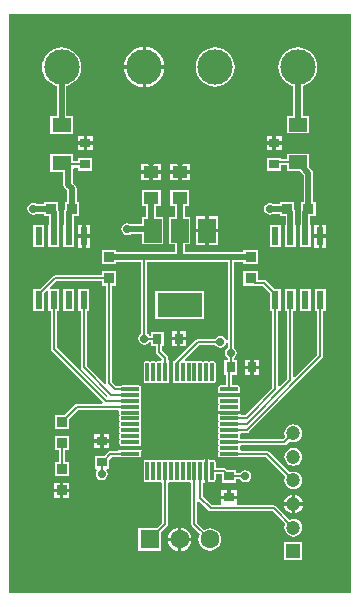
<source format=gtl>
G04*
G04 #@! TF.GenerationSoftware,Altium Limited,Altium Designer,21.9.1 (22)*
G04*
G04 Layer_Physical_Order=1*
G04 Layer_Color=255*
%FSLAX25Y25*%
%MOIN*%
G70*
G04*
G04 #@! TF.SameCoordinates,01D30D3D-4D25-4DD3-B430-8D43D7E97BEB*
G04*
G04*
G04 #@! TF.FilePolarity,Positive*
G04*
G01*
G75*
%ADD10C,0.00787*%
%ADD12C,0.01968*%
%ADD34R,0.03543X0.03543*%
%ADD35R,0.05118X0.03937*%
%ADD36R,0.03150X0.03543*%
%ADD37R,0.03543X0.03150*%
%ADD38R,0.06299X0.04724*%
%ADD39R,0.03543X0.03543*%
%ADD40R,0.14961X0.07874*%
%ADD41R,0.05906X0.07874*%
G04:AMPARAMS|DCode=42|XSize=61.42mil|YSize=11.02mil|CornerRadius=1.38mil|HoleSize=0mil|Usage=FLASHONLY|Rotation=270.000|XOffset=0mil|YOffset=0mil|HoleType=Round|Shape=RoundedRectangle|*
%AMROUNDEDRECTD42*
21,1,0.06142,0.00827,0,0,270.0*
21,1,0.05866,0.01102,0,0,270.0*
1,1,0.00276,-0.00413,-0.02933*
1,1,0.00276,-0.00413,0.02933*
1,1,0.00276,0.00413,0.02933*
1,1,0.00276,0.00413,-0.02933*
%
%ADD42ROUNDEDRECTD42*%
G04:AMPARAMS|DCode=43|XSize=11.02mil|YSize=61.42mil|CornerRadius=1.38mil|HoleSize=0mil|Usage=FLASHONLY|Rotation=270.000|XOffset=0mil|YOffset=0mil|HoleType=Round|Shape=RoundedRectangle|*
%AMROUNDEDRECTD43*
21,1,0.01102,0.05866,0,0,270.0*
21,1,0.00827,0.06142,0,0,270.0*
1,1,0.00276,-0.02933,-0.00413*
1,1,0.00276,-0.02933,0.00413*
1,1,0.00276,0.02933,0.00413*
1,1,0.00276,0.02933,-0.00413*
%
%ADD43ROUNDEDRECTD43*%
%ADD44R,0.02362X0.06102*%
%ADD45C,0.11811*%
%ADD46C,0.06299*%
%ADD47R,0.06299X0.06299*%
%ADD48C,0.04724*%
%ADD49R,0.04724X0.04724*%
%ADD50C,0.02756*%
G36*
X116103Y2007D02*
X2007D01*
X2007Y194843D01*
X116103D01*
X116103Y2007D01*
D02*
G37*
%LPC*%
G36*
X47835Y183833D02*
Y177756D01*
X53911D01*
X53840Y178477D01*
X53457Y179739D01*
X52836Y180902D01*
X52000Y181921D01*
X50981Y182757D01*
X49818Y183379D01*
X48556Y183761D01*
X47835Y183833D01*
D02*
G37*
G36*
X46654D02*
X45932Y183761D01*
X44670Y183379D01*
X43508Y182757D01*
X42489Y181921D01*
X41652Y180902D01*
X41031Y179739D01*
X40648Y178477D01*
X40577Y177756D01*
X46654D01*
Y183833D01*
D02*
G37*
G36*
X70866Y183693D02*
X69593Y183567D01*
X68368Y183196D01*
X67240Y182593D01*
X66250Y181781D01*
X65439Y180792D01*
X64836Y179663D01*
X64464Y178439D01*
X64339Y177165D01*
X64464Y175892D01*
X64836Y174667D01*
X65439Y173539D01*
X66250Y172550D01*
X67240Y171738D01*
X68368Y171135D01*
X69593Y170763D01*
X70866Y170638D01*
X72140Y170763D01*
X73364Y171135D01*
X74493Y171738D01*
X75482Y172550D01*
X76294Y173539D01*
X76897Y174667D01*
X77268Y175892D01*
X77394Y177165D01*
X77268Y178439D01*
X76897Y179663D01*
X76294Y180792D01*
X75482Y181781D01*
X74493Y182593D01*
X73364Y183196D01*
X72140Y183567D01*
X70866Y183693D01*
D02*
G37*
G36*
X46654Y176575D02*
X40577D01*
X40648Y175853D01*
X41031Y174592D01*
X41652Y173429D01*
X42489Y172410D01*
X43508Y171573D01*
X44670Y170952D01*
X45932Y170569D01*
X46654Y170498D01*
Y176575D01*
D02*
G37*
G36*
X53911D02*
X47835D01*
Y170498D01*
X48556Y170569D01*
X49818Y170952D01*
X50981Y171573D01*
X52000Y172410D01*
X52836Y173429D01*
X53457Y174592D01*
X53840Y175853D01*
X53911Y176575D01*
D02*
G37*
G36*
X98425Y183693D02*
X97152Y183567D01*
X95927Y183196D01*
X94799Y182593D01*
X93810Y181781D01*
X92998Y180792D01*
X92395Y179663D01*
X92023Y178439D01*
X91898Y177165D01*
X92023Y175892D01*
X92395Y174667D01*
X92998Y173539D01*
X93810Y172550D01*
X94799Y171738D01*
X95927Y171135D01*
X96820Y170864D01*
Y160925D01*
X94685D01*
Y155020D01*
X102165D01*
Y160925D01*
X100031D01*
Y170864D01*
X100923Y171135D01*
X102052Y171738D01*
X103041Y172550D01*
X103853Y173539D01*
X104456Y174667D01*
X104827Y175892D01*
X104953Y177165D01*
X104827Y178439D01*
X104456Y179663D01*
X103853Y180792D01*
X103041Y181781D01*
X102052Y182593D01*
X100923Y183196D01*
X99699Y183567D01*
X98425Y183693D01*
D02*
G37*
G36*
X19685D02*
X18412Y183567D01*
X17187Y183196D01*
X16059Y182593D01*
X15069Y181781D01*
X14258Y180792D01*
X13654Y179663D01*
X13283Y178439D01*
X13158Y177165D01*
X13283Y175892D01*
X13654Y174667D01*
X14258Y173539D01*
X15069Y172550D01*
X16059Y171738D01*
X17187Y171135D01*
X18079Y170864D01*
Y160827D01*
X15965D01*
Y154921D01*
X23445D01*
Y160827D01*
X21291D01*
Y170864D01*
X22183Y171135D01*
X23312Y171738D01*
X24301Y172550D01*
X25113Y173539D01*
X25716Y174667D01*
X26087Y175892D01*
X26212Y177165D01*
X26087Y178439D01*
X25716Y179663D01*
X25113Y180792D01*
X24301Y181781D01*
X23312Y182593D01*
X22183Y183196D01*
X20958Y183567D01*
X19685Y183693D01*
D02*
G37*
G36*
X93110Y154232D02*
X91142D01*
Y152461D01*
X93110D01*
Y154232D01*
D02*
G37*
G36*
X89961D02*
X87992D01*
Y152461D01*
X89961D01*
Y154232D01*
D02*
G37*
G36*
X30138Y154134D02*
X28170D01*
Y152362D01*
X30138D01*
Y154134D01*
D02*
G37*
G36*
X26989D02*
X25020D01*
Y152362D01*
X26989D01*
Y154134D01*
D02*
G37*
G36*
X93110Y151279D02*
X91142D01*
Y149508D01*
X93110D01*
Y151279D01*
D02*
G37*
G36*
X89961D02*
X87992D01*
Y149508D01*
X89961D01*
Y151279D01*
D02*
G37*
G36*
X30138Y151181D02*
X28170D01*
Y149409D01*
X30138D01*
Y151181D01*
D02*
G37*
G36*
X26989D02*
X25020D01*
Y149409D01*
X26989D01*
Y151181D01*
D02*
G37*
G36*
X102165Y148327D02*
X94685D01*
Y146378D01*
X92913D01*
Y146949D01*
X88189D01*
Y142618D01*
X92913D01*
Y144370D01*
X94685D01*
Y142421D01*
X99107D01*
X100363Y141166D01*
Y132283D01*
X99606D01*
Y129739D01*
X99442Y129492D01*
X99319Y128878D01*
X99320Y128878D01*
Y124409D01*
X99154D01*
Y117126D01*
X102697D01*
Y124409D01*
X102531D01*
Y127559D01*
X104331D01*
Y132283D01*
X103574D01*
Y141831D01*
X103574Y141831D01*
X103452Y142445D01*
X103104Y142966D01*
X103104Y142966D01*
X102165Y143904D01*
Y148327D01*
D02*
G37*
G36*
X52854Y144882D02*
X50099D01*
Y142717D01*
X52854D01*
Y144882D01*
D02*
G37*
G36*
X62447D02*
X59691D01*
Y142717D01*
X62447D01*
Y144882D01*
D02*
G37*
G36*
X58510D02*
X55754D01*
Y142717D01*
X58510D01*
Y144882D01*
D02*
G37*
G36*
X48917D02*
X46161D01*
Y142717D01*
X48917D01*
Y144882D01*
D02*
G37*
G36*
X23445Y148228D02*
X15965D01*
Y142323D01*
X20265D01*
Y137922D01*
X20265Y137922D01*
X20387Y137307D01*
X20735Y136786D01*
X21502Y136019D01*
Y132283D01*
X20746D01*
Y129739D01*
X20581Y129492D01*
X20459Y128878D01*
X20459Y128878D01*
Y124409D01*
X20293D01*
Y117126D01*
X23836D01*
Y124409D01*
X23670D01*
Y127559D01*
X25470D01*
Y132283D01*
X24714D01*
Y136684D01*
X24591Y137299D01*
X24243Y137820D01*
X24243Y137820D01*
X23476Y138587D01*
Y143110D01*
X23462Y143181D01*
X23721Y143681D01*
X25217D01*
Y142520D01*
X29941D01*
Y146850D01*
X25217D01*
Y145688D01*
X23445D01*
Y148228D01*
D02*
G37*
G36*
X62447Y141535D02*
X59691D01*
Y139370D01*
X62447D01*
Y141535D01*
D02*
G37*
G36*
X58510D02*
X55754D01*
Y139370D01*
X58510D01*
Y141535D01*
D02*
G37*
G36*
X52854D02*
X50099D01*
Y139370D01*
X52854D01*
Y141535D01*
D02*
G37*
G36*
X48917D02*
X46161D01*
Y139370D01*
X48917D01*
Y141535D01*
D02*
G37*
G36*
X97244Y132283D02*
X92520D01*
Y131527D01*
X90294D01*
X89922Y131775D01*
X89153Y131928D01*
X88385Y131775D01*
X87734Y131341D01*
X87299Y130689D01*
X87147Y129921D01*
X87299Y129153D01*
X87734Y128502D01*
X88385Y128067D01*
X89153Y127914D01*
X89922Y128067D01*
X90294Y128316D01*
X92520D01*
Y127559D01*
X94320D01*
Y124409D01*
X94153D01*
Y117126D01*
X97697D01*
Y124409D01*
X97531D01*
Y128878D01*
X97409Y129492D01*
X97244Y129739D01*
Y132283D01*
D02*
G37*
G36*
X18383D02*
X13659D01*
Y131527D01*
X11433D01*
X11061Y131775D01*
X10293Y131928D01*
X9525Y131775D01*
X8874Y131341D01*
X8439Y130689D01*
X8286Y129921D01*
X8439Y129153D01*
X8874Y128502D01*
X9525Y128067D01*
X10293Y127914D01*
X11061Y128067D01*
X11433Y128316D01*
X13659D01*
Y127559D01*
X15459D01*
Y124409D01*
X15293D01*
Y117126D01*
X18836D01*
Y124409D01*
X18670D01*
Y128878D01*
X18548Y129492D01*
X18383Y129739D01*
Y132283D01*
D02*
G37*
G36*
X52658Y136024D02*
X46358D01*
Y130905D01*
X47902D01*
Y127165D01*
X46457D01*
Y124736D01*
X42792D01*
X42420Y124984D01*
X41652Y125137D01*
X40884Y124984D01*
X40233Y124549D01*
X39798Y123898D01*
X39645Y123130D01*
X39798Y122362D01*
X40233Y121711D01*
X40884Y121276D01*
X41652Y121123D01*
X42420Y121276D01*
X42792Y121524D01*
X46457D01*
Y118110D01*
X53543D01*
Y127165D01*
X51113D01*
Y130905D01*
X52658D01*
Y136024D01*
D02*
G37*
G36*
X71850Y127362D02*
X68701D01*
Y123228D01*
X71850D01*
Y127362D01*
D02*
G37*
G36*
X67520D02*
X64370D01*
Y123228D01*
X67520D01*
Y127362D01*
D02*
G37*
G36*
X107894Y124606D02*
X106516D01*
Y121358D01*
X107894D01*
Y124606D01*
D02*
G37*
G36*
X29033D02*
X27655D01*
Y121358D01*
X29033D01*
Y124606D01*
D02*
G37*
G36*
X105335D02*
X103957D01*
Y121358D01*
X105335D01*
Y124606D01*
D02*
G37*
G36*
X26474D02*
X25096D01*
Y121358D01*
X26474D01*
Y124606D01*
D02*
G37*
G36*
X71850Y122047D02*
X68701D01*
Y117913D01*
X71850D01*
Y122047D01*
D02*
G37*
G36*
X67520D02*
X64370D01*
Y117913D01*
X67520D01*
Y122047D01*
D02*
G37*
G36*
X92697Y124409D02*
X89153D01*
Y117126D01*
X92697D01*
Y124409D01*
D02*
G37*
G36*
X13836D02*
X10293D01*
Y117126D01*
X13836D01*
Y124409D01*
D02*
G37*
G36*
X107894Y120177D02*
X106516D01*
Y116929D01*
X107894D01*
Y120177D01*
D02*
G37*
G36*
X105335D02*
X103957D01*
Y116929D01*
X105335D01*
Y120177D01*
D02*
G37*
G36*
X29033D02*
X27655D01*
Y116929D01*
X29033D01*
Y120177D01*
D02*
G37*
G36*
X26474D02*
X25096D01*
Y116929D01*
X26474D01*
Y120177D01*
D02*
G37*
G36*
X62251Y136024D02*
X55951D01*
Y130905D01*
X57495D01*
Y127165D01*
X55512D01*
Y118110D01*
X57450D01*
Y115385D01*
X37795D01*
Y116142D01*
X33071D01*
Y111417D01*
X37795D01*
Y112174D01*
X46241D01*
Y88311D01*
X45825Y88033D01*
X45390Y87382D01*
X45237Y86614D01*
X45390Y85846D01*
X45825Y85195D01*
X46476Y84760D01*
X47244Y84607D01*
X48012Y84760D01*
X48663Y85195D01*
X48941Y85611D01*
X49474D01*
Y84252D01*
X51227D01*
Y82227D01*
X51303Y81843D01*
X51520Y81518D01*
X53089Y79949D01*
X53037Y79446D01*
X52630Y79177D01*
X52579Y79188D01*
X51752D01*
X51468Y79131D01*
X51181Y78992D01*
X50894Y79131D01*
X50610Y79188D01*
X49784D01*
X49499Y79131D01*
X49258Y78970D01*
X49167D01*
X48926Y79131D01*
X48642Y79188D01*
X47815D01*
X47531Y79131D01*
X47290Y78970D01*
X47129Y78729D01*
X47072Y78445D01*
Y72579D01*
X47129Y72295D01*
X47290Y72054D01*
X47531Y71893D01*
X47815Y71836D01*
X48642D01*
X48926Y71893D01*
X49167Y72054D01*
X49258D01*
X49499Y71893D01*
X49784Y71836D01*
X50610D01*
X50894Y71893D01*
X51181Y72031D01*
X51468Y71893D01*
X51752Y71836D01*
X52579D01*
X52863Y71893D01*
X53104Y72054D01*
X53195D01*
X53436Y71893D01*
X53720Y71836D01*
X54547D01*
X54831Y71893D01*
X54897Y71937D01*
X55022Y71912D01*
X55328Y71707D01*
X55512Y71671D01*
Y75512D01*
Y79470D01*
X55137Y79745D01*
Y80324D01*
X55061Y80708D01*
X54843Y81033D01*
X53234Y82643D01*
Y84252D01*
X53805D01*
Y88976D01*
X49474D01*
Y87618D01*
X48941D01*
X48663Y88033D01*
X48248Y88311D01*
Y112174D01*
X75002D01*
Y86059D01*
X74502Y86010D01*
X74433Y86354D01*
X73998Y87005D01*
X73347Y87440D01*
X72579Y87593D01*
X71811Y87440D01*
X71160Y87005D01*
X70882Y86589D01*
X65180D01*
X64796Y86513D01*
X64471Y86295D01*
X57578Y79403D01*
X57183Y79112D01*
X56877Y79316D01*
X56693Y79353D01*
Y75512D01*
Y71671D01*
X56877Y71707D01*
X57183Y71912D01*
X57308Y71937D01*
X57373Y71893D01*
X57657Y71836D01*
X58484D01*
X58768Y71893D01*
X59009Y72054D01*
X59101D01*
X59342Y71893D01*
X59626Y71836D01*
X60453D01*
X60737Y71893D01*
X61024Y72031D01*
X61310Y71893D01*
X61594Y71836D01*
X62421D01*
X62705Y71893D01*
X62946Y72054D01*
X63038D01*
X63279Y71893D01*
X63563Y71836D01*
X64390D01*
X64674Y71893D01*
X64915Y72054D01*
X65006D01*
X65247Y71893D01*
X65531Y71836D01*
X66358D01*
X66642Y71893D01*
X66929Y72031D01*
X67216Y71893D01*
X67500Y71836D01*
X68327D01*
X68611Y71893D01*
X68852Y72054D01*
X68943D01*
X69184Y71893D01*
X69468Y71836D01*
X70295D01*
X70579Y71893D01*
X70820Y72054D01*
X70981Y72295D01*
X71038Y72579D01*
Y78445D01*
X70981Y78729D01*
X70820Y78970D01*
X70579Y79131D01*
X70295Y79188D01*
X69468D01*
X69184Y79131D01*
X68943Y78970D01*
X68852D01*
X68611Y79131D01*
X68327Y79188D01*
X67500D01*
X67216Y79131D01*
X66929Y78992D01*
X66642Y79131D01*
X66358Y79188D01*
X65531D01*
X65247Y79131D01*
X65006Y78970D01*
X64915D01*
X64674Y79131D01*
X64390Y79188D01*
X63563D01*
X63279Y79131D01*
X63038Y78970D01*
X62946D01*
X62705Y79131D01*
X62421Y79188D01*
X61594D01*
X61310Y79131D01*
X61264Y79109D01*
X60917Y79258D01*
X60817Y79804D01*
X65596Y84582D01*
X70882D01*
X71160Y84167D01*
X71811Y83732D01*
X72579Y83579D01*
X73347Y83732D01*
X73998Y84167D01*
X74433Y84818D01*
X74502Y85162D01*
X75002Y85113D01*
Y83540D01*
X74586Y83263D01*
X74151Y82611D01*
X73998Y81843D01*
X74151Y81075D01*
X74586Y80424D01*
X75002Y80146D01*
Y79406D01*
X73840D01*
Y74682D01*
X74508D01*
Y71038D01*
X72579D01*
X72295Y70981D01*
X72054Y70820D01*
X71893Y70579D01*
X71836Y70295D01*
Y69468D01*
X71893Y69184D01*
X71937Y69119D01*
X71912Y68994D01*
X71707Y68688D01*
X71671Y68504D01*
X75512D01*
X79353D01*
X79316Y68688D01*
X79112Y68994D01*
X79087Y69119D01*
X79131Y69184D01*
X79188Y69468D01*
Y70295D01*
X79131Y70579D01*
X78970Y70820D01*
X78729Y70981D01*
X78445Y71038D01*
X76515D01*
Y74682D01*
X78171D01*
Y79406D01*
X77009D01*
Y80146D01*
X77425Y80424D01*
X77860Y81075D01*
X78013Y81843D01*
X77860Y82611D01*
X77425Y83263D01*
X77009Y83540D01*
Y112174D01*
X80315D01*
Y111417D01*
X85039D01*
Y116142D01*
X80315D01*
Y115385D01*
X60661D01*
Y118110D01*
X62598D01*
Y127165D01*
X60707D01*
Y130905D01*
X62251D01*
Y136024D01*
D02*
G37*
G36*
X102697Y103150D02*
X99154D01*
Y95866D01*
X102697D01*
Y103150D01*
D02*
G37*
G36*
X67126Y102362D02*
X50984D01*
Y93307D01*
X67126D01*
Y102362D01*
D02*
G37*
G36*
X61088Y89173D02*
X59317D01*
Y87205D01*
X61088D01*
Y89173D01*
D02*
G37*
G36*
X58135D02*
X56364D01*
Y87205D01*
X58135D01*
Y89173D01*
D02*
G37*
G36*
X61088Y86024D02*
X59317D01*
Y84055D01*
X61088D01*
Y86024D01*
D02*
G37*
G36*
X58135D02*
X56364D01*
Y84055D01*
X58135D01*
Y86024D01*
D02*
G37*
G36*
X85454Y79603D02*
X83683D01*
Y77635D01*
X85454D01*
Y79603D01*
D02*
G37*
G36*
X82502D02*
X80730D01*
Y77635D01*
X82502D01*
Y79603D01*
D02*
G37*
G36*
X85454Y76454D02*
X83683D01*
Y74485D01*
X85454D01*
Y76454D01*
D02*
G37*
G36*
X82502D02*
X80730D01*
Y74485D01*
X82502D01*
Y76454D01*
D02*
G37*
G36*
X79353Y67323D02*
X75512D01*
X71671D01*
X71707Y67139D01*
X71912Y66833D01*
X71937Y66708D01*
X71893Y66642D01*
X71836Y66358D01*
Y65531D01*
X71893Y65247D01*
X72031Y64961D01*
X71893Y64674D01*
X71836Y64390D01*
Y63563D01*
X71893Y63279D01*
X71937Y63213D01*
X71912Y63088D01*
X71707Y62782D01*
X71671Y62598D01*
X75512D01*
X79353D01*
X79316Y62782D01*
X79112Y63088D01*
X79087Y63213D01*
X79131Y63279D01*
X79188Y63563D01*
Y64390D01*
X79131Y64674D01*
X78992Y64961D01*
X79131Y65247D01*
X79188Y65531D01*
Y66358D01*
X79131Y66642D01*
X79087Y66708D01*
X79112Y66833D01*
X79316Y67139D01*
X79353Y67323D01*
D02*
G37*
G36*
X85039Y109055D02*
X80315D01*
Y104331D01*
X83958D01*
X84055Y104311D01*
X86572D01*
X89153Y101730D01*
Y95866D01*
X89922D01*
Y70100D01*
X81022Y61200D01*
X79820D01*
X79582Y61417D01*
X75512D01*
X71671D01*
X71707Y61234D01*
X71912Y60927D01*
X71937Y60803D01*
X71893Y60737D01*
X71836Y60453D01*
Y59626D01*
X71893Y59342D01*
X72031Y59055D01*
X71893Y58768D01*
X71836Y58484D01*
Y57657D01*
X71893Y57373D01*
X72031Y57087D01*
X71893Y56800D01*
X71836Y56516D01*
Y55689D01*
X71893Y55405D01*
X72031Y55118D01*
X71893Y54831D01*
X71836Y54547D01*
Y53720D01*
X71893Y53436D01*
X72031Y53150D01*
X71893Y52863D01*
X71836Y52579D01*
Y51752D01*
X71893Y51468D01*
X72031Y51181D01*
X71893Y50894D01*
X71836Y50610D01*
Y49784D01*
X71893Y49499D01*
X72031Y49213D01*
X71893Y48926D01*
X71836Y48642D01*
Y47815D01*
X71893Y47531D01*
X72054Y47290D01*
X72295Y47129D01*
X72579Y47072D01*
X78445D01*
X78729Y47129D01*
X78873Y47225D01*
X87655D01*
X94253Y40626D01*
X94052Y40141D01*
X93950Y39370D01*
X94052Y38599D01*
X94349Y37881D01*
X94823Y37264D01*
X95440Y36791D01*
X96158Y36493D01*
X96929Y36392D01*
X97699Y36493D01*
X98418Y36791D01*
X99035Y37264D01*
X99508Y37881D01*
X99805Y38599D01*
X99907Y39370D01*
X99805Y40141D01*
X99508Y40859D01*
X99035Y41476D01*
X98418Y41949D01*
X97699Y42247D01*
X96929Y42348D01*
X96158Y42247D01*
X95672Y42046D01*
X88780Y48938D01*
X88455Y49156D01*
X88070Y49232D01*
X79549D01*
X79478Y49277D01*
X79177Y49732D01*
X79188Y49784D01*
Y50610D01*
X79177Y50662D01*
X79478Y51116D01*
X79549Y51162D01*
X93976D01*
X94360Y51238D01*
X94686Y51456D01*
X95672Y52443D01*
X96158Y52241D01*
X96929Y52140D01*
X97699Y52241D01*
X98418Y52539D01*
X99035Y53012D01*
X99508Y53629D01*
X99805Y54347D01*
X99907Y55118D01*
X99805Y55889D01*
X99508Y56607D01*
X99035Y57224D01*
X98418Y57697D01*
X97699Y57995D01*
X96929Y58096D01*
X96158Y57995D01*
X95440Y57697D01*
X94823Y57224D01*
X94349Y56607D01*
X94052Y55889D01*
X93950Y55118D01*
X94052Y54347D01*
X94253Y53862D01*
X93560Y53169D01*
X79549D01*
X79478Y53214D01*
X79177Y53669D01*
X79188Y53720D01*
Y54547D01*
X79146Y54756D01*
X79244Y54983D01*
X79448Y55256D01*
X81398D01*
X81783Y55333D01*
X82108Y55550D01*
X106635Y80077D01*
X106852Y80403D01*
X106929Y80787D01*
Y95866D01*
X107697D01*
Y103150D01*
X104154D01*
Y95866D01*
X104922D01*
Y81202D01*
X97391Y73671D01*
X96929Y73863D01*
Y95866D01*
X97697D01*
Y103150D01*
X94153D01*
Y95866D01*
X94922D01*
Y73151D01*
X92391Y70620D01*
X91929Y70811D01*
Y95866D01*
X92697D01*
Y103150D01*
X90573D01*
X87698Y106025D01*
X87372Y106242D01*
X86988Y106318D01*
X85039D01*
Y109055D01*
D02*
G37*
G36*
X35630Y54831D02*
X33661D01*
Y53060D01*
X35630D01*
Y54831D01*
D02*
G37*
G36*
X32480D02*
X30512D01*
Y53060D01*
X32480D01*
Y54831D01*
D02*
G37*
G36*
X37795Y109055D02*
X33071D01*
Y107696D01*
X17380D01*
X16996Y107620D01*
X16670Y107403D01*
X12417Y103150D01*
X10293D01*
Y95866D01*
X13836D01*
Y101730D01*
X14793Y102687D01*
X15293Y102480D01*
Y95866D01*
X16061D01*
Y83316D01*
X16138Y82932D01*
X16355Y82606D01*
X33481Y65480D01*
X33274Y64980D01*
X24816D01*
X24432Y64903D01*
X24106Y64686D01*
X20648Y61228D01*
X17343D01*
Y56503D01*
X22067D01*
Y59809D01*
X25232Y62973D01*
X38561D01*
X38632Y62928D01*
X38933Y62473D01*
X38923Y62421D01*
Y61594D01*
X38979Y61310D01*
X39118Y61024D01*
X38979Y60737D01*
X38923Y60453D01*
Y59626D01*
X38979Y59342D01*
X39118Y59055D01*
X38979Y58768D01*
X38923Y58484D01*
Y57657D01*
X38979Y57373D01*
X39118Y57087D01*
X38979Y56800D01*
X38923Y56516D01*
Y55689D01*
X38979Y55405D01*
X39118Y55118D01*
X38979Y54831D01*
X38923Y54547D01*
Y53720D01*
X38979Y53436D01*
X39118Y53150D01*
X38979Y52863D01*
X38923Y52579D01*
Y51752D01*
X38979Y51468D01*
X39023Y51402D01*
X38998Y51277D01*
X38794Y50971D01*
X38757Y50787D01*
X42598D01*
X46440D01*
X46403Y50971D01*
X46198Y51277D01*
X46174Y51402D01*
X46218Y51468D01*
X46274Y51752D01*
Y52579D01*
X46218Y52863D01*
X46079Y53150D01*
X46218Y53436D01*
X46274Y53720D01*
Y54547D01*
X46218Y54831D01*
X46079Y55118D01*
X46218Y55405D01*
X46274Y55689D01*
Y56516D01*
X46218Y56800D01*
X46079Y57087D01*
X46218Y57373D01*
X46274Y57657D01*
Y58484D01*
X46218Y58768D01*
X46079Y59055D01*
X46218Y59342D01*
X46274Y59626D01*
Y60453D01*
X46218Y60737D01*
X46079Y61024D01*
X46218Y61310D01*
X46274Y61594D01*
Y62421D01*
X46218Y62705D01*
X46079Y62992D01*
X46218Y63279D01*
X46274Y63563D01*
Y64390D01*
X46218Y64674D01*
X46079Y64961D01*
X46218Y65247D01*
X46274Y65531D01*
Y66358D01*
X46218Y66642D01*
X46079Y66929D01*
X46218Y67216D01*
X46274Y67500D01*
Y68327D01*
X46218Y68611D01*
X46079Y68898D01*
X46218Y69184D01*
X46274Y69468D01*
Y70295D01*
X46218Y70579D01*
X46057Y70820D01*
X45816Y70981D01*
X45531Y71038D01*
X39665D01*
X39381Y70981D01*
X39238Y70885D01*
X37856D01*
X36437Y72305D01*
Y104331D01*
X37795D01*
Y109055D01*
D02*
G37*
G36*
X35630Y51879D02*
X33661D01*
Y50107D01*
X35630D01*
Y51879D01*
D02*
G37*
G36*
X32480D02*
X30512D01*
Y50107D01*
X32480D01*
Y51879D01*
D02*
G37*
G36*
X46440Y49606D02*
X42598D01*
X38640D01*
X38366Y49232D01*
X35917D01*
X35533Y49156D01*
X35207Y48938D01*
X33817Y47548D01*
X30709D01*
Y43217D01*
X31302D01*
X31533Y42717D01*
X31217Y42244D01*
X31064Y41476D01*
X31217Y40708D01*
X31652Y40057D01*
X32303Y39622D01*
X33071Y39469D01*
X33839Y39622D01*
X34490Y40057D01*
X34925Y40708D01*
X35078Y41476D01*
X34925Y42244D01*
X34609Y42717D01*
X34840Y43217D01*
X35433D01*
Y46326D01*
X36332Y47225D01*
X39238D01*
X39381Y47129D01*
X39665Y47072D01*
X45531D01*
X45816Y47129D01*
X46057Y47290D01*
X46218Y47531D01*
X46274Y47815D01*
Y48642D01*
X46218Y48926D01*
X46174Y48992D01*
X46198Y49116D01*
X46403Y49422D01*
X46440Y49606D01*
D02*
G37*
G36*
X67323Y46440D02*
X67139Y46403D01*
X66833Y46198D01*
X66708Y46174D01*
X66642Y46218D01*
X66358Y46274D01*
X65531D01*
X65247Y46218D01*
X65006Y46057D01*
X64915D01*
X64674Y46218D01*
X64390Y46274D01*
X63563D01*
X63279Y46218D01*
X63038Y46057D01*
X62946D01*
X62705Y46218D01*
X62421Y46274D01*
X61594D01*
X61310Y46218D01*
X61024Y46079D01*
X60737Y46218D01*
X60453Y46274D01*
X59626D01*
X59342Y46218D01*
X59101Y46057D01*
X59009D01*
X58768Y46218D01*
X58484Y46274D01*
X57657D01*
X57373Y46218D01*
X57087Y46079D01*
X56800Y46218D01*
X56516Y46274D01*
X55689D01*
X55405Y46218D01*
X55164Y46057D01*
X55072D01*
X54831Y46218D01*
X54547Y46274D01*
X53720D01*
X53436Y46218D01*
X53195Y46057D01*
X53104D01*
X52863Y46218D01*
X52579Y46274D01*
X51752D01*
X51468Y46218D01*
X51181Y46079D01*
X50894Y46218D01*
X50610Y46274D01*
X49784D01*
X49499Y46218D01*
X49258Y46057D01*
X49167D01*
X48926Y46218D01*
X48642Y46274D01*
X47815D01*
X47531Y46218D01*
X47290Y46057D01*
X47129Y45816D01*
X47072Y45531D01*
Y39665D01*
X47129Y39381D01*
X47290Y39140D01*
X47531Y38979D01*
X47815Y38923D01*
X48642D01*
X48926Y38979D01*
X49167Y39140D01*
X49258D01*
X49499Y38979D01*
X49784Y38923D01*
X50610D01*
X50894Y38979D01*
X51181Y39118D01*
X51468Y38979D01*
X51752Y38923D01*
X52579D01*
X52630Y38933D01*
X53085Y38632D01*
X53130Y38561D01*
Y25179D01*
X51376Y23425D01*
X45315D01*
Y15945D01*
X52795D01*
Y22006D01*
X54843Y24054D01*
X55061Y24380D01*
X55137Y24764D01*
Y38561D01*
X55183Y38632D01*
X55637Y38933D01*
X55689Y38923D01*
X56516D01*
X56800Y38979D01*
X57087Y39118D01*
X57373Y38979D01*
X57657Y38923D01*
X58484D01*
X58768Y38979D01*
X59009Y39140D01*
X59101D01*
X59342Y38979D01*
X59626Y38923D01*
X60453D01*
X60737Y38979D01*
X61024Y39118D01*
X61310Y38979D01*
X61594Y38923D01*
X62421D01*
X62473Y38933D01*
X62928Y38632D01*
X62973Y38561D01*
Y24764D01*
X63049Y24380D01*
X63267Y24054D01*
X65777Y21544D01*
X65411Y20661D01*
X65283Y19685D01*
X65411Y18709D01*
X65788Y17799D01*
X66388Y17018D01*
X67169Y16418D01*
X68079Y16041D01*
X69055Y15913D01*
X70031Y16041D01*
X70941Y16418D01*
X71723Y17018D01*
X72322Y17799D01*
X72699Y18709D01*
X72828Y19685D01*
X72699Y20661D01*
X72322Y21571D01*
X71723Y22353D01*
X70941Y22952D01*
X70031Y23329D01*
X69055Y23458D01*
X68079Y23329D01*
X67196Y22963D01*
X64980Y25179D01*
Y32291D01*
X65480Y32498D01*
X68638Y29340D01*
X68963Y29123D01*
X69348Y29046D01*
X90085D01*
X94253Y24879D01*
X94052Y24393D01*
X93950Y23622D01*
X94052Y22851D01*
X94349Y22133D01*
X94823Y21516D01*
X95440Y21043D01*
X96158Y20745D01*
X96929Y20644D01*
X97699Y20745D01*
X98418Y21043D01*
X99035Y21516D01*
X99508Y22133D01*
X99805Y22851D01*
X99907Y23622D01*
X99805Y24393D01*
X99508Y25111D01*
X99035Y25728D01*
X98418Y26201D01*
X97699Y26499D01*
X96929Y26600D01*
X96158Y26499D01*
X95672Y26298D01*
X91210Y30760D01*
X90885Y30977D01*
X90501Y31054D01*
X78444D01*
X78071Y31359D01*
X78071Y31554D01*
Y33130D01*
X72953D01*
Y31554D01*
X72953Y31359D01*
X72579Y31054D01*
X69763D01*
X66948Y33868D01*
Y38366D01*
X67323Y38640D01*
Y42598D01*
Y46440D01*
D02*
G37*
G36*
X96929Y50222D02*
X96158Y50121D01*
X95440Y49823D01*
X94823Y49350D01*
X94349Y48733D01*
X94052Y48015D01*
X93950Y47244D01*
X94052Y46473D01*
X94349Y45755D01*
X94823Y45138D01*
X95440Y44665D01*
X96158Y44367D01*
X96929Y44266D01*
X97699Y44367D01*
X98418Y44665D01*
X99035Y45138D01*
X99508Y45755D01*
X99805Y46473D01*
X99907Y47244D01*
X99805Y48015D01*
X99508Y48733D01*
X99035Y49350D01*
X98418Y49823D01*
X97699Y50121D01*
X96929Y50222D01*
D02*
G37*
G36*
X22067Y54141D02*
X17343D01*
Y49417D01*
X18701D01*
Y45480D01*
X17343D01*
Y40755D01*
X22067D01*
Y45480D01*
X20709D01*
Y49417D01*
X22067D01*
Y54141D01*
D02*
G37*
G36*
X68504Y46440D02*
Y42598D01*
Y38757D01*
X68688Y38794D01*
X68994Y38998D01*
X69119Y39023D01*
X69184Y38979D01*
X69468Y38923D01*
X70295D01*
X70579Y38979D01*
X70820Y39140D01*
X70981Y39381D01*
X71038Y39665D01*
Y41595D01*
X73150D01*
Y38642D01*
X77874D01*
Y39804D01*
X79209D01*
X79486Y39388D01*
X80137Y38953D01*
X80905Y38800D01*
X81674Y38953D01*
X82325Y39388D01*
X82760Y40039D01*
X82913Y40808D01*
X82760Y41576D01*
X82325Y42227D01*
X81674Y42662D01*
X80905Y42814D01*
X80137Y42662D01*
X79486Y42227D01*
X79209Y41811D01*
X77874D01*
Y42973D01*
X74766D01*
X74430Y43308D01*
X74105Y43526D01*
X73721Y43602D01*
X71038D01*
Y45531D01*
X70981Y45816D01*
X70820Y46057D01*
X70579Y46218D01*
X70295Y46274D01*
X69468D01*
X69184Y46218D01*
X69119Y46174D01*
X68994Y46198D01*
X68688Y46403D01*
X68504Y46440D01*
D02*
G37*
G36*
X22264Y38590D02*
X20296D01*
Y36621D01*
X22264D01*
Y38590D01*
D02*
G37*
G36*
X19115D02*
X17146D01*
Y36621D01*
X19115D01*
Y38590D01*
D02*
G37*
G36*
X78071Y36083D02*
X76102D01*
Y34311D01*
X78071D01*
Y36083D01*
D02*
G37*
G36*
X74921D02*
X72953D01*
Y34311D01*
X74921D01*
Y36083D01*
D02*
G37*
G36*
X22264Y35440D02*
X20296D01*
Y33472D01*
X22264D01*
Y35440D01*
D02*
G37*
G36*
X19115D02*
X17146D01*
Y33472D01*
X19115D01*
Y35440D01*
D02*
G37*
G36*
X97519Y34595D02*
Y32087D01*
X100028D01*
X99997Y32318D01*
X99680Y33084D01*
X99175Y33742D01*
X98517Y34247D01*
X97751Y34565D01*
X97519Y34595D01*
D02*
G37*
G36*
X96338D02*
X96106Y34565D01*
X95340Y34247D01*
X94682Y33742D01*
X94178Y33084D01*
X93860Y32318D01*
X93830Y32087D01*
X96338D01*
Y34595D01*
D02*
G37*
G36*
X100028Y30906D02*
X97519D01*
Y28397D01*
X97751Y28427D01*
X98517Y28745D01*
X99175Y29250D01*
X99680Y29908D01*
X99997Y30674D01*
X100028Y30906D01*
D02*
G37*
G36*
X96338D02*
X93830D01*
X93860Y30674D01*
X94178Y29908D01*
X94682Y29250D01*
X95340Y28745D01*
X96106Y28427D01*
X96338Y28397D01*
Y30906D01*
D02*
G37*
G36*
X59646Y23578D02*
Y20276D01*
X62948D01*
X62891Y20713D01*
X62494Y21670D01*
X61863Y22493D01*
X61041Y23124D01*
X60083Y23521D01*
X59646Y23578D01*
D02*
G37*
G36*
X58465D02*
X58027Y23521D01*
X57070Y23124D01*
X56247Y22493D01*
X55616Y21670D01*
X55220Y20713D01*
X55162Y20276D01*
X58465D01*
Y23578D01*
D02*
G37*
G36*
X62948Y19094D02*
X59646D01*
Y15792D01*
X60083Y15849D01*
X61041Y16246D01*
X61863Y16877D01*
X62494Y17699D01*
X62891Y18657D01*
X62948Y19094D01*
D02*
G37*
G36*
X58465D02*
X55162D01*
X55220Y18657D01*
X55616Y17699D01*
X56247Y16877D01*
X57070Y16246D01*
X58027Y15849D01*
X58465Y15792D01*
Y19094D01*
D02*
G37*
G36*
X99882Y18701D02*
X93976D01*
Y12795D01*
X99882D01*
Y18701D01*
D02*
G37*
%LPD*%
G36*
X33071Y104331D02*
X34429D01*
Y71889D01*
X34450Y71785D01*
X33989Y71539D01*
X28068Y77460D01*
Y95866D01*
X28836D01*
Y103150D01*
X25293D01*
Y95866D01*
X26061D01*
Y77044D01*
X26138Y76660D01*
X26355Y76335D01*
X34915Y67775D01*
X34750Y67232D01*
X34598Y67202D01*
X18068Y83732D01*
Y95866D01*
X18836D01*
Y103150D01*
X15963D01*
X15755Y103650D01*
X17795Y105689D01*
X33071D01*
Y104331D01*
D02*
G37*
%LPC*%
G36*
X23836Y103150D02*
X20293D01*
Y95866D01*
X23836D01*
Y103150D01*
D02*
G37*
%LPD*%
D10*
X19705Y145275D02*
X20296Y144685D01*
X27579D01*
X76005Y77044D02*
Y113779D01*
X82677Y106693D02*
X84055Y105315D01*
X86988D01*
X90925Y99508D02*
Y101378D01*
X86988Y105315D02*
X90925Y101378D01*
X76005Y113779D02*
X76006Y113779D01*
X65180Y85586D02*
X72579D01*
X58228Y75669D02*
Y78634D01*
X58071Y75512D02*
X58228Y75669D01*
Y78634D02*
X65180Y85586D01*
X75512Y76551D02*
X76005Y77044D01*
X75512Y69882D02*
Y76551D01*
X73673Y42598D02*
X73721D01*
X69882D02*
X73673D01*
X73721D02*
X75512Y40808D01*
X80905D01*
X74134Y41989D02*
X75315Y40808D01*
X74134Y41989D02*
Y42137D01*
X73673Y42598D02*
X74134Y42137D01*
X75315Y40808D02*
X75512D01*
X65945Y33453D02*
Y42598D01*
X69348Y30050D02*
X90501D01*
X65945Y33453D02*
X69348Y30050D01*
X98425Y145374D02*
X98425Y145374D01*
X90551Y145374D02*
X98425D01*
X90501Y30050D02*
X96929Y23622D01*
X33071Y41476D02*
Y45973D01*
X47244Y86614D02*
X52230D01*
X47244D02*
Y113779D01*
X47244Y113779D01*
X75512Y48228D02*
X88070D01*
X96929Y39370D01*
X93976Y52165D02*
X96929Y55118D01*
X75512Y52165D02*
X93976D01*
X33071Y45973D02*
X33661D01*
X35917Y48228D01*
X42598D01*
X52230Y82227D02*
X54134Y80324D01*
X52230Y82227D02*
Y86614D01*
X54134Y75512D02*
Y80324D01*
X19705Y43118D02*
Y51779D01*
Y58866D02*
X24816Y63976D01*
X42598D01*
X90925Y69684D02*
Y99508D01*
X75669Y60197D02*
X81438D01*
X90925Y69684D01*
X75669Y58228D02*
X81418D01*
X95925Y72735D02*
Y99508D01*
X81418Y58228D02*
X95925Y72735D01*
X105925Y80787D02*
Y99508D01*
X81398Y56260D02*
X105925Y80787D01*
X75669Y56260D02*
X81398D01*
X27065Y77044D02*
Y99508D01*
X36195Y67913D02*
X42598D01*
X27065Y77044D02*
X36195Y67913D01*
X17065Y83316D02*
X34436Y65945D01*
X17065Y83316D02*
Y99508D01*
X34436Y65945D02*
X42598D01*
X35433Y71889D02*
Y106693D01*
X37440Y69882D02*
X42598D01*
X35433Y71889D02*
X37440Y69882D01*
X75512Y60039D02*
X75669Y60197D01*
X75512Y56102D02*
X75669Y56260D01*
X75512Y58071D02*
X75669Y58228D01*
X12065Y99508D02*
Y101378D01*
X17380Y106693D01*
X35433D01*
X63976Y24764D02*
X69055Y19685D01*
X63976Y24764D02*
Y42598D01*
X49055Y19685D02*
X54134Y24764D01*
Y42598D01*
D12*
X20296Y144685D02*
X21870Y143110D01*
Y137922D02*
Y143110D01*
Y137922D02*
X23108Y136684D01*
Y129921D02*
Y136684D01*
X19685Y157894D02*
Y177165D01*
Y157894D02*
X19705Y157874D01*
X76005Y113779D02*
X82677D01*
X59055D02*
X76005D01*
X35433D02*
X47244D01*
X59055D01*
Y122638D01*
X89153Y129921D02*
X94882D01*
X10293D02*
X16021D01*
X101969D02*
Y141831D01*
X98425Y145374D02*
X101969Y141831D01*
X49508Y123130D02*
X50000Y122638D01*
X49508Y123130D02*
Y133530D01*
X59101Y122684D02*
Y134055D01*
X59055Y122638D02*
X59101Y122684D01*
X41652Y123130D02*
X49508D01*
X100925Y128878D02*
X101969Y129921D01*
X100925Y120768D02*
Y128878D01*
X94882Y129921D02*
X95925Y128878D01*
Y120768D02*
Y128878D01*
X16021Y129921D02*
X17065Y128878D01*
Y120768D02*
Y128878D01*
X22065D02*
X23108Y129921D01*
X22065Y120768D02*
Y128878D01*
X98425Y157972D02*
Y177165D01*
D34*
X82677Y113779D02*
D03*
Y106693D02*
D03*
X19705Y58866D02*
D03*
Y51779D02*
D03*
X35433Y113779D02*
D03*
Y106693D02*
D03*
D35*
X49508Y133465D02*
D03*
Y142126D02*
D03*
X59101D02*
D03*
Y133465D02*
D03*
D36*
X76005Y77044D02*
D03*
X83092D02*
D03*
X58726Y86614D02*
D03*
X51639D02*
D03*
D37*
X75512Y40808D02*
D03*
Y33721D02*
D03*
X33071Y52469D02*
D03*
Y45383D02*
D03*
X27579Y144685D02*
D03*
Y151771D02*
D03*
X90551Y151870D02*
D03*
Y144783D02*
D03*
D38*
X19705Y157874D02*
D03*
Y145275D02*
D03*
X98425Y145374D02*
D03*
Y157972D02*
D03*
D39*
X16021Y129921D02*
D03*
X23108D02*
D03*
X94882D02*
D03*
X101969D02*
D03*
X19705Y43118D02*
D03*
Y36031D02*
D03*
D40*
X59055Y97835D02*
D03*
D41*
X50000Y122638D02*
D03*
X59055D02*
D03*
X68110D02*
D03*
D42*
X69882Y42598D02*
D03*
X67913D02*
D03*
X65945D02*
D03*
X63976D02*
D03*
X62008D02*
D03*
X60039D02*
D03*
X58071D02*
D03*
X56102D02*
D03*
X54134D02*
D03*
X52165D02*
D03*
X50197D02*
D03*
X48228D02*
D03*
Y75512D02*
D03*
X50197D02*
D03*
X52165D02*
D03*
X54134D02*
D03*
X56102D02*
D03*
X58071D02*
D03*
X60039D02*
D03*
X62008D02*
D03*
X63976D02*
D03*
X65945D02*
D03*
X67913D02*
D03*
X69882D02*
D03*
D43*
X75512Y69882D02*
D03*
Y67913D02*
D03*
Y65945D02*
D03*
Y63976D02*
D03*
Y62008D02*
D03*
Y60039D02*
D03*
Y58071D02*
D03*
Y56102D02*
D03*
Y54134D02*
D03*
Y52165D02*
D03*
Y50197D02*
D03*
Y48228D02*
D03*
X42598D02*
D03*
Y50197D02*
D03*
Y52165D02*
D03*
Y54134D02*
D03*
Y56102D02*
D03*
Y58071D02*
D03*
Y60039D02*
D03*
Y62008D02*
D03*
Y63976D02*
D03*
Y65945D02*
D03*
Y67913D02*
D03*
Y69882D02*
D03*
D44*
X105925Y120768D02*
D03*
X100925D02*
D03*
X95925D02*
D03*
X90925D02*
D03*
X105925Y99508D02*
D03*
X100925D02*
D03*
X95925D02*
D03*
X90925D02*
D03*
X27065Y120768D02*
D03*
X22065D02*
D03*
X17065D02*
D03*
X12065D02*
D03*
X27065Y99508D02*
D03*
X22065D02*
D03*
X17065D02*
D03*
X12065D02*
D03*
D45*
X70866Y177165D02*
D03*
X47244D02*
D03*
X98425D02*
D03*
X19685D02*
D03*
D46*
X59055Y19685D02*
D03*
X69055D02*
D03*
D47*
X49055D02*
D03*
D48*
X96929Y55118D02*
D03*
Y47244D02*
D03*
Y39370D02*
D03*
Y31496D02*
D03*
Y23622D02*
D03*
D49*
Y15748D02*
D03*
D50*
X43307Y110236D02*
D03*
X67913Y109055D02*
D03*
X27579Y156988D02*
D03*
X72579Y85586D02*
D03*
X76005Y81843D02*
D03*
X80905Y40808D02*
D03*
X110236Y120768D02*
D03*
X31652D02*
D03*
X90551Y156988D02*
D03*
X33071Y41476D02*
D03*
X47244Y86614D02*
D03*
X68619Y36535D02*
D03*
X37440Y52140D02*
D03*
X55118Y55118D02*
D03*
X66929D02*
D03*
X70031Y62008D02*
D03*
X48228Y69882D02*
D03*
X55118Y62992D02*
D03*
X47815Y50197D02*
D03*
X67913Y48228D02*
D03*
X69882Y67913D02*
D03*
X56102Y69684D02*
D03*
X57183Y82227D02*
D03*
X19705Y31496D02*
D03*
X82108Y71539D02*
D03*
X89153Y129921D02*
D03*
X10293D02*
D03*
X49499Y145669D02*
D03*
X59055D02*
D03*
X41652Y123130D02*
D03*
X68110Y130689D02*
D03*
M02*

</source>
